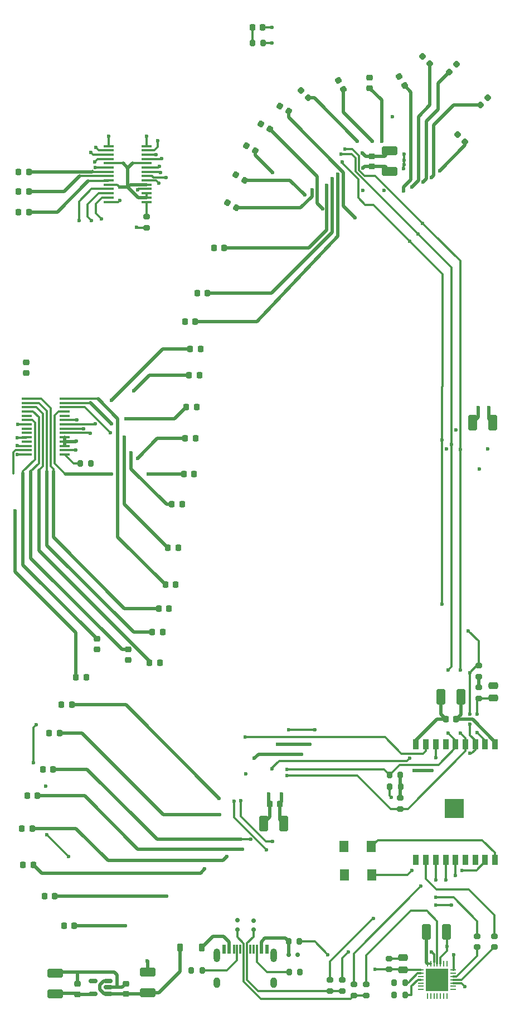
<source format=gbr>
%TF.GenerationSoftware,KiCad,Pcbnew,9.0.0*%
%TF.CreationDate,2025-04-18T09:14:45-04:00*%
%TF.ProjectId,where_is_my_ion,77686572-655f-4697-935f-6d795f696f6e,rev?*%
%TF.SameCoordinates,Original*%
%TF.FileFunction,Copper,L1,Top*%
%TF.FilePolarity,Positive*%
%FSLAX46Y46*%
G04 Gerber Fmt 4.6, Leading zero omitted, Abs format (unit mm)*
G04 Created by KiCad (PCBNEW 9.0.0) date 2025-04-18 09:14:45*
%MOMM*%
%LPD*%
G01*
G04 APERTURE LIST*
G04 Aperture macros list*
%AMRoundRect*
0 Rectangle with rounded corners*
0 $1 Rounding radius*
0 $2 $3 $4 $5 $6 $7 $8 $9 X,Y pos of 4 corners*
0 Add a 4 corners polygon primitive as box body*
4,1,4,$2,$3,$4,$5,$6,$7,$8,$9,$2,$3,0*
0 Add four circle primitives for the rounded corners*
1,1,$1+$1,$2,$3*
1,1,$1+$1,$4,$5*
1,1,$1+$1,$6,$7*
1,1,$1+$1,$8,$9*
0 Add four rect primitives between the rounded corners*
20,1,$1+$1,$2,$3,$4,$5,0*
20,1,$1+$1,$4,$5,$6,$7,0*
20,1,$1+$1,$6,$7,$8,$9,0*
20,1,$1+$1,$8,$9,$2,$3,0*%
G04 Aperture macros list end*
%TA.AperFunction,SMDPad,CuDef*%
%ADD10RoundRect,0.218750X0.317568X0.112544X-0.061318X0.331294X-0.317568X-0.112544X0.061318X-0.331294X0*%
%TD*%
%TA.AperFunction,SMDPad,CuDef*%
%ADD11RoundRect,0.250000X0.925000X-0.412500X0.925000X0.412500X-0.925000X0.412500X-0.925000X-0.412500X0*%
%TD*%
%TA.AperFunction,SMDPad,CuDef*%
%ADD12R,1.350000X1.800000*%
%TD*%
%TA.AperFunction,SMDPad,CuDef*%
%ADD13RoundRect,0.218750X0.218750X0.256250X-0.218750X0.256250X-0.218750X-0.256250X0.218750X-0.256250X0*%
%TD*%
%TA.AperFunction,SMDPad,CuDef*%
%ADD14RoundRect,0.200000X0.200000X0.275000X-0.200000X0.275000X-0.200000X-0.275000X0.200000X-0.275000X0*%
%TD*%
%TA.AperFunction,SMDPad,CuDef*%
%ADD15RoundRect,0.200000X0.275000X-0.200000X0.275000X0.200000X-0.275000X0.200000X-0.275000X-0.200000X0*%
%TD*%
%TA.AperFunction,SMDPad,CuDef*%
%ADD16RoundRect,0.218750X-0.218750X-0.256250X0.218750X-0.256250X0.218750X0.256250X-0.218750X0.256250X0*%
%TD*%
%TA.AperFunction,SMDPad,CuDef*%
%ADD17RoundRect,0.218750X-0.256250X0.218750X-0.256250X-0.218750X0.256250X-0.218750X0.256250X0.218750X0*%
%TD*%
%TA.AperFunction,SMDPad,CuDef*%
%ADD18RoundRect,0.200000X-0.200000X-0.275000X0.200000X-0.275000X0.200000X0.275000X-0.200000X0.275000X0*%
%TD*%
%TA.AperFunction,SMDPad,CuDef*%
%ADD19RoundRect,0.062500X-0.062500X0.337500X-0.062500X-0.337500X0.062500X-0.337500X0.062500X0.337500X0*%
%TD*%
%TA.AperFunction,SMDPad,CuDef*%
%ADD20RoundRect,0.062500X-0.337500X0.062500X-0.337500X-0.062500X0.337500X-0.062500X0.337500X0.062500X0*%
%TD*%
%TA.AperFunction,HeatsinkPad*%
%ADD21R,3.350000X3.350000*%
%TD*%
%TA.AperFunction,SMDPad,CuDef*%
%ADD22RoundRect,0.250000X-0.925000X0.412500X-0.925000X-0.412500X0.925000X-0.412500X0.925000X0.412500X0*%
%TD*%
%TA.AperFunction,SMDPad,CuDef*%
%ADD23RoundRect,0.150000X0.200000X-0.150000X0.200000X0.150000X-0.200000X0.150000X-0.200000X-0.150000X0*%
%TD*%
%TA.AperFunction,SMDPad,CuDef*%
%ADD24RoundRect,0.218750X0.335876X0.026517X0.026517X0.335876X-0.335876X-0.026517X-0.026517X-0.335876X0*%
%TD*%
%TA.AperFunction,SMDPad,CuDef*%
%ADD25RoundRect,0.250000X0.475000X-0.250000X0.475000X0.250000X-0.475000X0.250000X-0.475000X-0.250000X0*%
%TD*%
%TA.AperFunction,SMDPad,CuDef*%
%ADD26RoundRect,0.051250X0.733750X0.153750X-0.733750X0.153750X-0.733750X-0.153750X0.733750X-0.153750X0*%
%TD*%
%TA.AperFunction,SMDPad,CuDef*%
%ADD27RoundRect,0.218750X0.331294X-0.061318X0.112544X0.317568X-0.331294X0.061318X-0.112544X-0.317568X0*%
%TD*%
%TA.AperFunction,SMDPad,CuDef*%
%ADD28RoundRect,0.200000X-0.275000X0.200000X-0.275000X-0.200000X0.275000X-0.200000X0.275000X0.200000X0*%
%TD*%
%TA.AperFunction,SMDPad,CuDef*%
%ADD29RoundRect,0.218750X0.026517X-0.335876X0.335876X-0.026517X-0.026517X0.335876X-0.335876X0.026517X0*%
%TD*%
%TA.AperFunction,SMDPad,CuDef*%
%ADD30RoundRect,0.250000X0.412500X0.925000X-0.412500X0.925000X-0.412500X-0.925000X0.412500X-0.925000X0*%
%TD*%
%TA.AperFunction,SMDPad,CuDef*%
%ADD31RoundRect,0.225000X0.225000X0.250000X-0.225000X0.250000X-0.225000X-0.250000X0.225000X-0.250000X0*%
%TD*%
%TA.AperFunction,SMDPad,CuDef*%
%ADD32RoundRect,0.250000X-0.412500X-0.925000X0.412500X-0.925000X0.412500X0.925000X-0.412500X0.925000X0*%
%TD*%
%TA.AperFunction,SMDPad,CuDef*%
%ADD33RoundRect,0.218750X0.256250X-0.218750X0.256250X0.218750X-0.256250X0.218750X-0.256250X-0.218750X0*%
%TD*%
%TA.AperFunction,SMDPad,CuDef*%
%ADD34RoundRect,0.225000X-0.225000X-0.375000X0.225000X-0.375000X0.225000X0.375000X-0.225000X0.375000X0*%
%TD*%
%TA.AperFunction,SMDPad,CuDef*%
%ADD35R,0.600000X1.450000*%
%TD*%
%TA.AperFunction,SMDPad,CuDef*%
%ADD36R,0.300000X1.450000*%
%TD*%
%TA.AperFunction,HeatsinkPad*%
%ADD37O,1.000000X2.100000*%
%TD*%
%TA.AperFunction,HeatsinkPad*%
%ADD38O,1.000000X1.600000*%
%TD*%
%TA.AperFunction,SMDPad,CuDef*%
%ADD39R,0.900000X1.500000*%
%TD*%
%TA.AperFunction,HeatsinkPad*%
%ADD40C,0.600000*%
%TD*%
%TA.AperFunction,HeatsinkPad*%
%ADD41R,2.900000X2.900000*%
%TD*%
%TA.AperFunction,SMDPad,CuDef*%
%ADD42RoundRect,0.150000X0.512500X0.150000X-0.512500X0.150000X-0.512500X-0.150000X0.512500X-0.150000X0*%
%TD*%
%TA.AperFunction,SMDPad,CuDef*%
%ADD43RoundRect,0.225000X-0.250000X0.225000X-0.250000X-0.225000X0.250000X-0.225000X0.250000X0.225000X0*%
%TD*%
%TA.AperFunction,SMDPad,CuDef*%
%ADD44RoundRect,0.150000X-0.150000X-0.200000X0.150000X-0.200000X0.150000X0.200000X-0.150000X0.200000X0*%
%TD*%
%TA.AperFunction,ViaPad*%
%ADD45C,0.600000*%
%TD*%
%TA.AperFunction,Conductor*%
%ADD46C,0.500000*%
%TD*%
%TA.AperFunction,Conductor*%
%ADD47C,0.300000*%
%TD*%
G04 APERTURE END LIST*
D10*
%TO.P,D23,1,K*%
%TO.N,/INTER_rnt_uw_2*%
X141681995Y-32693750D03*
%TO.P,D23,2,A*%
%TO.N,+3V3*%
X140318005Y-31906250D03*
%TD*%
D11*
%TO.P,C16,1*%
%TO.N,+5V*%
X123100000Y-163637500D03*
%TO.P,C16,2*%
%TO.N,GND*%
X123100000Y-160562500D03*
%TD*%
D12*
%TO.P,SW2,1,1*%
%TO.N,/IO0_SW*%
X157125000Y-141500000D03*
%TO.P,SW2,2,2*%
%TO.N,GND*%
X152975000Y-141500000D03*
%TD*%
D13*
%TO.P,D15,1,K*%
%TO.N,/INTER_mill_block_2*%
X109750000Y-124250000D03*
%TO.P,D15,2,A*%
%TO.N,+3V3*%
X108175000Y-124250000D03*
%TD*%
D14*
%TO.P,R6,1*%
%TO.N,Net-(U1-~{SUSPEND})*%
X162250000Y-164000000D03*
%TO.P,R6,2*%
%TO.N,GND*%
X160600000Y-164000000D03*
%TD*%
D15*
%TO.P,R5,1*%
%TO.N,Net-(U1-VBUS)*%
X159800000Y-160125000D03*
%TO.P,R5,2*%
%TO.N,GND*%
X159800000Y-158475000D03*
%TD*%
%TO.P,R20,1*%
%TO.N,/USB_D-*%
X150800000Y-163400000D03*
%TO.P,R20,2*%
%TO.N,/IO18*%
X150800000Y-161750000D03*
%TD*%
D13*
%TO.P,D10,1,K*%
%TO.N,/INTER_block_fairway_3*%
X109037500Y-149000000D03*
%TO.P,D10,2,A*%
%TO.N,+3V3*%
X107462500Y-149000000D03*
%TD*%
D16*
%TO.P,D39,1,K*%
%TO.N,/STN_GRH*%
X129412500Y-70000000D03*
%TO.P,D39,2,A*%
%TO.N,+3V3*%
X130987500Y-70000000D03*
%TD*%
D13*
%TO.P,D75,1,K*%
%TO.N,/LED_WIFI*%
X105087500Y-39200000D03*
%TO.P,D75,2,A*%
%TO.N,+3V3*%
X103512500Y-39200000D03*
%TD*%
%TO.P,D12,1,K*%
%TO.N,/INTER_block_fairway_1*%
X105587500Y-138750000D03*
%TO.P,D12,2,A*%
%TO.N,+3V3*%
X104012500Y-138750000D03*
%TD*%
D16*
%TO.P,D53,1,K*%
%TO.N,/STN_BORDEN*%
X123412500Y-113600000D03*
%TO.P,D53,2,A*%
%TO.N,+3V3*%
X124987500Y-113600000D03*
%TD*%
D17*
%TO.P,D51,1,K*%
%TO.N,/INTER_borden_mill_2*%
X115400000Y-110012500D03*
%TO.P,D51,2,A*%
%TO.N,+3V3*%
X115400000Y-111587500D03*
%TD*%
D16*
%TO.P,D34,1,K*%
%TO.N,/STN_QUEEN*%
X126212500Y-96200000D03*
%TO.P,D34,2,A*%
%TO.N,+3V3*%
X127787500Y-96200000D03*
%TD*%
D18*
%TO.P,R10,1*%
%TO.N,Net-(U4-REXT)*%
X112875000Y-83400000D03*
%TO.P,R10,2*%
%TO.N,GND*%
X114525000Y-83400000D03*
%TD*%
D19*
%TO.P,U1,1,~{DCD}*%
%TO.N,unconnected-(U1-~{DCD}-Pad1)*%
X168620000Y-159230000D03*
%TO.P,U1,2,~{RI}/CLK*%
%TO.N,unconnected-(U1-~{RI}{slash}CLK-Pad2)*%
X168120000Y-159230000D03*
%TO.P,U1,3,GND*%
%TO.N,GND*%
X167620000Y-159230000D03*
%TO.P,U1,4,D+*%
%TO.N,/USB_DP*%
X167120000Y-159230000D03*
%TO.P,U1,5,D-*%
%TO.N,/USB_DN*%
X166620000Y-159230000D03*
%TO.P,U1,6,VDD*%
%TO.N,+3V3*%
X166120000Y-159230000D03*
%TO.P,U1,7,VREGIN*%
X165620000Y-159230000D03*
D20*
%TO.P,U1,8,VBUS*%
%TO.N,Net-(U1-VBUS)*%
X164670000Y-160180000D03*
%TO.P,U1,9,~{RST}*%
%TO.N,Net-(U1-~{RST})*%
X164670000Y-160680000D03*
%TO.P,U1,10,NC*%
%TO.N,unconnected-(U1-NC-Pad10)*%
X164670000Y-161180000D03*
%TO.P,U1,11,~{SUSPEND}*%
%TO.N,Net-(U1-~{SUSPEND})*%
X164670000Y-161680000D03*
%TO.P,U1,12,SUSPEND*%
%TO.N,unconnected-(U1-SUSPEND-Pad12)*%
X164670000Y-162180000D03*
%TO.P,U1,13,CHREN*%
%TO.N,unconnected-(U1-CHREN-Pad13)*%
X164670000Y-162680000D03*
%TO.P,U1,14,CHR1*%
%TO.N,unconnected-(U1-CHR1-Pad14)*%
X164670000Y-163180000D03*
D19*
%TO.P,U1,15,CHR0*%
%TO.N,unconnected-(U1-CHR0-Pad15)*%
X165620000Y-164130000D03*
%TO.P,U1,16,~{WAKEUP}/GPIO.3*%
%TO.N,unconnected-(U1-~{WAKEUP}{slash}GPIO.3-Pad16)*%
X166120000Y-164130000D03*
%TO.P,U1,17,RS485/GPIO.2*%
%TO.N,unconnected-(U1-RS485{slash}GPIO.2-Pad17)*%
X166620000Y-164130000D03*
%TO.P,U1,18,~{RXT}/GPIO.1*%
%TO.N,unconnected-(U1-~{RXT}{slash}GPIO.1-Pad18)*%
X167120000Y-164130000D03*
%TO.P,U1,19,~{TXT}/GPIO.0*%
%TO.N,unconnected-(U1-~{TXT}{slash}GPIO.0-Pad19)*%
X167620000Y-164130000D03*
%TO.P,U1,20,GPIO.6*%
%TO.N,unconnected-(U1-GPIO.6-Pad20)*%
X168120000Y-164130000D03*
%TO.P,U1,21,GPIO.5*%
%TO.N,unconnected-(U1-GPIO.5-Pad21)*%
X168620000Y-164130000D03*
D20*
%TO.P,U1,22,GPIO.4*%
%TO.N,unconnected-(U1-GPIO.4-Pad22)*%
X169570000Y-163180000D03*
%TO.P,U1,23,~{CTS}*%
%TO.N,unconnected-(U1-~{CTS}-Pad23)*%
X169570000Y-162680000D03*
%TO.P,U1,24,~{RTS}*%
%TO.N,/~{RTS}*%
X169570000Y-162180000D03*
%TO.P,U1,25,RXD*%
%TO.N,Net-(U1-RXD)*%
X169570000Y-161680000D03*
%TO.P,U1,26,TXD*%
%TO.N,Net-(U1-TXD)*%
X169570000Y-161180000D03*
%TO.P,U1,27,~{DSR}*%
%TO.N,unconnected-(U1-~{DSR}-Pad27)*%
X169570000Y-160680000D03*
%TO.P,U1,28,~{DTR}*%
%TO.N,/~{DTR}*%
X169570000Y-160180000D03*
D21*
%TO.P,U1,29,GND*%
%TO.N,GND*%
X167120000Y-161680000D03*
%TD*%
D12*
%TO.P,SW3,1,1*%
%TO.N,/IO1_SW*%
X157200000Y-145800000D03*
%TO.P,SW3,2,2*%
%TO.N,GND*%
X153050000Y-145800000D03*
%TD*%
D15*
%TO.P,R22,1*%
%TO.N,/USB_D+*%
X154450000Y-164075000D03*
%TO.P,R22,2*%
%TO.N,/IO19*%
X154450000Y-162425000D03*
%TD*%
D22*
%TO.P,C3,1*%
%TO.N,+3V3*%
X159900000Y-36012500D03*
%TO.P,C3,2*%
%TO.N,GND*%
X159900000Y-39087500D03*
%TD*%
D23*
%TO.P,D83,1,A1*%
%TO.N,GND*%
X139200000Y-152700000D03*
%TO.P,D83,2,A2*%
%TO.N,/USB_D-*%
X139200000Y-154100000D03*
%TD*%
D24*
%TO.P,D5,1,K*%
%TO.N,/STN_NORTHFIELD*%
X166006847Y-22806847D03*
%TO.P,D5,2,A*%
%TO.N,+3V3*%
X164893153Y-21693153D03*
%TD*%
D13*
%TO.P,D74,1,K*%
%TO.N,/LED_MAP_MODE*%
X105075000Y-42200000D03*
%TO.P,D74,2,A*%
%TO.N,+3V3*%
X103500000Y-42200000D03*
%TD*%
D16*
%TO.P,D36,1,K*%
%TO.N,/STN_CENTRAL*%
X128612500Y-85000000D03*
%TO.P,D36,2,A*%
%TO.N,+3V3*%
X130187500Y-85000000D03*
%TD*%
D25*
%TO.P,C6,1*%
%TO.N,Net-(U1-VBUS)*%
X161900000Y-160200000D03*
%TO.P,C6,2*%
%TO.N,GND*%
X161900000Y-158300000D03*
%TD*%
D14*
%TO.P,R21,1*%
%TO.N,+3V3*%
X140700000Y-19600000D03*
%TO.P,R21,2*%
%TO.N,Net-(D81-A)*%
X139050000Y-19600000D03*
%TD*%
D13*
%TO.P,D81,1,K*%
%TO.N,GND*%
X140612500Y-17300000D03*
%TO.P,D81,2,A*%
%TO.N,Net-(D81-A)*%
X139037500Y-17300000D03*
%TD*%
D16*
%TO.P,D50,1,K*%
%TO.N,/STN_MILL*%
X112212500Y-115800000D03*
%TO.P,D50,2,A*%
%TO.N,+3V3*%
X113787500Y-115800000D03*
%TD*%
D13*
%TO.P,D13,1,K*%
%TO.N,/STN_BLOCK_LINE*%
X106387500Y-133800000D03*
%TO.P,D13,2,A*%
%TO.N,+3V3*%
X104812500Y-133800000D03*
%TD*%
D15*
%TO.P,R13,1*%
%TO.N,/IO5_SDA*%
X161500000Y-135775000D03*
%TO.P,R13,2*%
%TO.N,+3V3*%
X161500000Y-134125000D03*
%TD*%
D13*
%TO.P,D19,1,K*%
%TO.N,/INTER_lwp_willis*%
X134775000Y-50700000D03*
%TO.P,D19,2,A*%
%TO.N,+3V3*%
X133200000Y-50700000D03*
%TD*%
D18*
%TO.P,R24,1*%
%TO.N,Net-(J1-CC2)*%
X144630000Y-160550000D03*
%TO.P,R24,2*%
%TO.N,GND*%
X146280000Y-160550000D03*
%TD*%
D26*
%TO.P,U4,1,REXT*%
%TO.N,Net-(U4-REXT)*%
X110515000Y-82025000D03*
%TO.P,U4,2,A0*%
%TO.N,+3V3*%
X110515000Y-81375000D03*
%TO.P,U4,3,A1*%
%TO.N,GND*%
X110515000Y-80725000D03*
%TO.P,U4,4,A2*%
X110515000Y-80075000D03*
%TO.P,U4,5,A3*%
X110515000Y-79425000D03*
%TO.P,U4,6,~{OUT0}*%
%TO.N,/INTER_allen_grh_1*%
X110515000Y-78775000D03*
%TO.P,U4,7,~{OUT1}*%
%TO.N,/STN_GRH*%
X110515000Y-78125000D03*
%TO.P,U4,8,~{OUT2}*%
%TO.N,/INTER_grh_cntrl_1*%
X110515000Y-77475000D03*
%TO.P,U4,9,~{OUT3}*%
%TO.N,/INTER_grh_cntrl_2*%
X110515000Y-76825000D03*
%TO.P,U4,10,GND_1*%
%TO.N,GND*%
X110515000Y-76175000D03*
%TO.P,U4,11,~{OUT4}*%
%TO.N,/STN_CENTRAL*%
X110515000Y-75525000D03*
%TO.P,U4,12,~{OUT5}*%
%TO.N,/STN_VICTORIA*%
X110515000Y-74875000D03*
%TO.P,U4,13,~{OUT6}*%
%TO.N,/STN_QUEEN*%
X110515000Y-74225000D03*
%TO.P,U4,14,~{OUT7}*%
%TO.N,/STN_KCHNR_MRKT*%
X110515000Y-73575000D03*
%TO.P,U4,15,~{OUT8}*%
%TO.N,/INTER_kmrkt_borden_1*%
X104775000Y-73575000D03*
%TO.P,U4,16,~{OUT9}*%
%TO.N,/INTER_kmrkt_borden_2*%
X104775000Y-74225000D03*
%TO.P,U4,17,~{OUT10}*%
%TO.N,/STN_BORDEN*%
X104775000Y-74875000D03*
%TO.P,U4,18,~{OUT11}*%
%TO.N,/INTER_borden_mill_1*%
X104775000Y-75525000D03*
%TO.P,U4,19,GND_2*%
%TO.N,GND*%
X104775000Y-76175000D03*
%TO.P,U4,20,~{OUT12}*%
%TO.N,/INTER_borden_mill_2*%
X104775000Y-76825000D03*
%TO.P,U4,21,~{OUT13}*%
%TO.N,/STN_MILL*%
X104775000Y-77475000D03*
%TO.P,U4,22,~{OUT14}*%
%TO.N,/LED_IS_FETCHING*%
X104775000Y-78125000D03*
%TO.P,U4,23,~{OUT15}*%
%TO.N,unconnected-(U4-~{OUT15}-Pad23)*%
X104775000Y-78775000D03*
%TO.P,U4,24,GND_3*%
%TO.N,GND*%
X104775000Y-79425000D03*
%TO.P,U4,25,~{RESET}*%
%TO.N,/IO4_~{RESET}*%
X104775000Y-80075000D03*
%TO.P,U4,26,SCL*%
%TO.N,/IO6_SCL*%
X104775000Y-80725000D03*
%TO.P,U4,27,SDA*%
%TO.N,/IO5_SDA*%
X104775000Y-81375000D03*
%TO.P,U4,28,VCC*%
%TO.N,+3V3*%
X104775000Y-82025000D03*
%TD*%
D10*
%TO.P,D21,1,K*%
%TO.N,/INTER_uw_lwp_1*%
X137881995Y-40443750D03*
%TO.P,D21,2,A*%
%TO.N,+3V3*%
X136518005Y-39656250D03*
%TD*%
D27*
%TO.P,D4,1,K*%
%TO.N,/INTER_nrthf_rnt_1*%
X162150000Y-26100000D03*
%TO.P,D4,2,A*%
%TO.N,+3V3*%
X161362500Y-24736008D03*
%TD*%
D25*
%TO.P,C13,1*%
%TO.N,/CHIP_PU*%
X175600000Y-118950000D03*
%TO.P,C13,2*%
%TO.N,GND*%
X175600000Y-117050000D03*
%TD*%
D28*
%TO.P,R17,1*%
%TO.N,/IO4_~{RESET}*%
X173400000Y-114075000D03*
%TO.P,R17,2*%
%TO.N,+3V3*%
X173400000Y-115725000D03*
%TD*%
D13*
%TO.P,D17,1,K*%
%TO.N,/STN_ALLEN*%
X130350000Y-61850000D03*
%TO.P,D17,2,A*%
%TO.N,+3V3*%
X128775000Y-61850000D03*
%TD*%
D29*
%TO.P,D6,1,K*%
%TO.N,/INTER_cstg_nrthf_2*%
X168943153Y-24006847D03*
%TO.P,D6,2,A*%
%TO.N,+3V3*%
X170056847Y-22893153D03*
%TD*%
D26*
%TO.P,U7,1,REXT*%
%TO.N,Net-(U7-REXT)*%
X122995000Y-43725000D03*
%TO.P,U7,2,A0*%
%TO.N,GND*%
X122995000Y-43075000D03*
%TO.P,U7,3,A1*%
X122995000Y-42425000D03*
%TO.P,U7,4,A2*%
%TO.N,+3V3*%
X122995000Y-41775000D03*
%TO.P,U7,5,A3*%
%TO.N,GND*%
X122995000Y-41125000D03*
%TO.P,U7,6,~{OUT0}*%
%TO.N,/STN_REV_LAURIER_UW_PARK*%
X122995000Y-40475000D03*
%TO.P,U7,7,~{OUT1}*%
%TO.N,/INTER_lwp_uw*%
X122995000Y-39825000D03*
%TO.P,U7,8,~{OUT2}*%
%TO.N,/STN_REV_UW*%
X122995000Y-39175000D03*
%TO.P,U7,9,~{OUT3}*%
%TO.N,/INTER_uw_rnt_1*%
X122995000Y-38525000D03*
%TO.P,U7,10,GND_1*%
%TO.N,GND*%
X122995000Y-37875000D03*
%TO.P,U7,11,~{OUT4}*%
%TO.N,/INTER_uw_rnt_2*%
X122995000Y-37225000D03*
%TO.P,U7,12,~{OUT5}*%
%TO.N,/STN_REV_RSRCH_TECH*%
X122995000Y-36575000D03*
%TO.P,U7,13,~{OUT6}*%
%TO.N,/INTER_rnt_nrthf_1*%
X122995000Y-35925000D03*
%TO.P,U7,14,~{OUT7}*%
%TO.N,/INTER_rnt_nrthf_2*%
X122995000Y-35275000D03*
%TO.P,U7,15,~{OUT8}*%
%TO.N,/INTER_rnt_nrthf_3*%
X117255000Y-35275000D03*
%TO.P,U7,16,~{OUT9}*%
%TO.N,/STN_REV_NORTHFIELD*%
X117255000Y-35925000D03*
%TO.P,U7,17,~{OUT10}*%
%TO.N,/INTER_nrthf_cnstga_1*%
X117255000Y-36575000D03*
%TO.P,U7,18,~{OUT11}*%
%TO.N,/INTER_nrthf_cnstga_2*%
X117255000Y-37225000D03*
%TO.P,U7,19,GND_2*%
%TO.N,GND*%
X117255000Y-37875000D03*
%TO.P,U7,20,~{OUT12}*%
%TO.N,/STN_REV_CONESTOGA*%
X117255000Y-38525000D03*
%TO.P,U7,21,~{OUT13}*%
%TO.N,/LED_WIFI*%
X117255000Y-39175000D03*
%TO.P,U7,22,~{OUT14}*%
%TO.N,/LED_MAP_MODE*%
X117255000Y-39825000D03*
%TO.P,U7,23,~{OUT15}*%
%TO.N,/LED_API_FAILURE*%
X117255000Y-40475000D03*
%TO.P,U7,24,GND_3*%
%TO.N,GND*%
X117255000Y-41125000D03*
%TO.P,U7,25,~{RESET}*%
%TO.N,/IO4_~{RESET}*%
X117255000Y-41775000D03*
%TO.P,U7,26,SCL*%
%TO.N,/IO6_SCL*%
X117255000Y-42425000D03*
%TO.P,U7,27,SDA*%
%TO.N,/IO5_SDA*%
X117255000Y-43075000D03*
%TO.P,U7,28,VCC*%
%TO.N,+3V3*%
X117255000Y-43725000D03*
%TD*%
D18*
%TO.P,R1,1*%
%TO.N,+3V3*%
X160600000Y-162100000D03*
%TO.P,R1,2*%
%TO.N,Net-(U1-~{RST})*%
X162250000Y-162100000D03*
%TD*%
D28*
%TO.P,R15,1*%
%TO.N,+3V3*%
X173400000Y-117375000D03*
%TO.P,R15,2*%
%TO.N,/CHIP_PU*%
X173400000Y-119025000D03*
%TD*%
D16*
%TO.P,D55,1,K*%
%TO.N,/INTER_kmrkt_borden_1*%
X124812500Y-105400000D03*
%TO.P,D55,2,A*%
%TO.N,+3V3*%
X126387500Y-105400000D03*
%TD*%
D30*
%TO.P,C5,1*%
%TO.N,+3V3*%
X143787500Y-138000000D03*
%TO.P,C5,2*%
%TO.N,GND*%
X140712500Y-138000000D03*
%TD*%
D23*
%TO.P,D84,1,A1*%
%TO.N,GND*%
X136750000Y-152650000D03*
%TO.P,D84,2,A2*%
%TO.N,/USB_D+*%
X136750000Y-154050000D03*
%TD*%
D13*
%TO.P,D11,1,K*%
%TO.N,/INTER_block_fairway_2*%
X105787500Y-144250000D03*
%TO.P,D11,2,A*%
%TO.N,+3V3*%
X104212500Y-144250000D03*
%TD*%
D30*
%TO.P,C10,1*%
%TO.N,+3V3*%
X175537500Y-77250000D03*
%TO.P,C10,2*%
%TO.N,GND*%
X172462500Y-77250000D03*
%TD*%
D16*
%TO.P,D37,1,K*%
%TO.N,/INTER_grh_cntrl_2*%
X128812500Y-79600000D03*
%TO.P,D37,2,A*%
%TO.N,+3V3*%
X130387500Y-79600000D03*
%TD*%
D31*
%TO.P,C4,1*%
%TO.N,+3V3*%
X143237500Y-135000000D03*
%TO.P,C4,2*%
%TO.N,GND*%
X141687500Y-135000000D03*
%TD*%
D32*
%TO.P,C1,1*%
%TO.N,+3V3*%
X165462500Y-154400000D03*
%TO.P,C1,2*%
%TO.N,GND*%
X168537500Y-154400000D03*
%TD*%
D13*
%TO.P,D9,1,K*%
%TO.N,/STN_FAIRWAY*%
X111987500Y-153500000D03*
%TO.P,D9,2,A*%
%TO.N,+3V3*%
X110412500Y-153500000D03*
%TD*%
D33*
%TO.P,D3,1,K*%
%TO.N,/INTER_nrthf_rnt_2*%
X156856250Y-26455505D03*
%TO.P,D3,2,A*%
%TO.N,+3V3*%
X156856250Y-24880503D03*
%TD*%
D27*
%TO.P,D2,1,K*%
%TO.N,/INTER_nrthf_rnt_3*%
X152887500Y-26700000D03*
%TO.P,D2,2,A*%
%TO.N,+3V3*%
X152100000Y-25336008D03*
%TD*%
D13*
%TO.P,D14,1,K*%
%TO.N,/INTER_mill_block_3*%
X108787500Y-129750000D03*
%TO.P,D14,2,A*%
%TO.N,+3V3*%
X107212500Y-129750000D03*
%TD*%
%TO.P,D18,1,K*%
%TO.N,/STN_WILLIS_WAY*%
X132237500Y-57550000D03*
%TO.P,D18,2,A*%
%TO.N,+3V3*%
X130662500Y-57550000D03*
%TD*%
D16*
%TO.P,D33,1,K*%
%TO.N,/STN_KCHNR_MRKT*%
X125812500Y-101800000D03*
%TO.P,D33,2,A*%
%TO.N,+3V3*%
X127387500Y-101800000D03*
%TD*%
D11*
%TO.P,C19,1*%
%TO.N,+3V3*%
X109050000Y-163787500D03*
%TO.P,C19,2*%
%TO.N,GND*%
X109050000Y-160712500D03*
%TD*%
D10*
%TO.P,D20,1,K*%
%TO.N,/STN_LAURIER_UW_PARK*%
X136581995Y-44643750D03*
%TO.P,D20,2,A*%
%TO.N,+3V3*%
X135218005Y-43856250D03*
%TD*%
D17*
%TO.P,D49,1,K*%
%TO.N,/LED_IS_FETCHING*%
X104700000Y-68075000D03*
%TO.P,D49,2,A*%
%TO.N,+3V3*%
X104700000Y-69650000D03*
%TD*%
D10*
%TO.P,D22,1,K*%
%TO.N,/STN_UWATERLOO*%
X139450000Y-36000000D03*
%TO.P,D22,2,A*%
%TO.N,+3V3*%
X138086010Y-35212500D03*
%TD*%
D18*
%TO.P,R16,1*%
%TO.N,/IO6_SCL*%
X159875000Y-130600000D03*
%TO.P,R16,2*%
%TO.N,+3V3*%
X161525000Y-130600000D03*
%TD*%
D34*
%TO.P,D72,1,K*%
%TO.N,+5V*%
X128030000Y-156800000D03*
%TO.P,D72,2,A*%
%TO.N,/VBUS*%
X131330000Y-156800000D03*
%TD*%
D35*
%TO.P,J1,A1,GND*%
%TO.N,GND*%
X134730000Y-157055000D03*
%TO.P,J1,A4,VBUS*%
%TO.N,/VBUS*%
X135530000Y-157055000D03*
D36*
%TO.P,J1,A5,CC1*%
%TO.N,Net-(J1-CC1)*%
X136730000Y-157055000D03*
%TO.P,J1,A6,D+*%
%TO.N,/USB_D+*%
X137730000Y-157055000D03*
%TO.P,J1,A7,D-*%
%TO.N,/USB_D-*%
X138230000Y-157055000D03*
%TO.P,J1,A8,SBU1*%
%TO.N,unconnected-(J1-SBU1-PadA8)*%
X139230000Y-157055000D03*
D35*
%TO.P,J1,A9,VBUS*%
%TO.N,/VBUS*%
X140430000Y-157055000D03*
%TO.P,J1,A12,GND*%
%TO.N,GND*%
X141230000Y-157055000D03*
%TO.P,J1,B1,GND*%
X141230000Y-157055000D03*
%TO.P,J1,B4,VBUS*%
%TO.N,/VBUS*%
X140430000Y-157055000D03*
D36*
%TO.P,J1,B5,CC2*%
%TO.N,Net-(J1-CC2)*%
X139730000Y-157055000D03*
%TO.P,J1,B6,D+*%
%TO.N,unconnected-(J1-D+-PadB6)*%
X138730000Y-157055000D03*
%TO.P,J1,B7,D-*%
%TO.N,unconnected-(J1-D--PadB7)*%
X137230000Y-157055000D03*
%TO.P,J1,B8,SBU2*%
%TO.N,unconnected-(J1-SBU2-PadB8)*%
X136230000Y-157055000D03*
D35*
%TO.P,J1,B9,VBUS*%
%TO.N,/VBUS*%
X135530000Y-157055000D03*
%TO.P,J1,B12,GND*%
%TO.N,GND*%
X134730000Y-157055000D03*
D37*
%TO.P,J1,S1,SHIELD*%
X133660000Y-157970000D03*
D38*
X133660000Y-162150000D03*
D37*
X142300000Y-157970000D03*
D38*
X142300000Y-162150000D03*
%TD*%
D16*
%TO.P,D38,1,K*%
%TO.N,/INTER_grh_cntrl_1*%
X129012500Y-74800000D03*
%TO.P,D38,2,A*%
%TO.N,+3V3*%
X130587500Y-74800000D03*
%TD*%
D39*
%TO.P,U6,1,3V3*%
%TO.N,+3V3*%
X175900000Y-125975000D03*
%TO.P,U6,2,EN*%
%TO.N,/CHIP_PU*%
X174400000Y-125975000D03*
%TO.P,U6,3,IO4*%
%TO.N,/IO4_~{RESET}*%
X172900000Y-125975000D03*
%TO.P,U6,4,IO5*%
%TO.N,/IO5_SDA*%
X171400000Y-125975000D03*
%TO.P,U6,5,IO6*%
%TO.N,/IO6_SCL*%
X169900000Y-125975000D03*
%TO.P,U6,6,IO7*%
%TO.N,/IO7*%
X168400000Y-125975000D03*
%TO.P,U6,7,IO8*%
%TO.N,/IO8*%
X166900000Y-125975000D03*
%TO.P,U6,8,IO9*%
%TO.N,/IO9*%
X165400000Y-125975000D03*
%TO.P,U6,9,GND*%
%TO.N,GND*%
X163900000Y-125975000D03*
%TO.P,U6,10,IO10*%
%TO.N,/IO10*%
X163900000Y-143475000D03*
%TO.P,U6,11,IO20/RXD*%
%TO.N,/U0RXD*%
X165400000Y-143475000D03*
%TO.P,U6,12,IO21/TXD*%
%TO.N,/U0TXD*%
X166900000Y-143475000D03*
%TO.P,U6,13,IO18*%
%TO.N,/IO18*%
X168400000Y-143475000D03*
%TO.P,U6,14,IO19*%
%TO.N,/IO19*%
X169900000Y-143475000D03*
%TO.P,U6,15,IO3*%
%TO.N,/IO3*%
X171400000Y-143475000D03*
%TO.P,U6,16,IO2*%
%TO.N,/IO2*%
X172900000Y-143475000D03*
%TO.P,U6,17,IO1*%
%TO.N,/IO1_SW*%
X174400000Y-143475000D03*
%TO.P,U6,18,IO0*%
%TO.N,/IO0_SW*%
X175900000Y-143475000D03*
D40*
%TO.P,U6,19,GND*%
%TO.N,GND*%
X170250000Y-134585000D03*
X169150000Y-134585000D03*
X170800000Y-135135000D03*
X169700000Y-135135000D03*
X168600000Y-135135000D03*
X170250000Y-135685000D03*
D41*
X169700000Y-135685000D03*
D40*
X169150000Y-135685000D03*
X170800000Y-136235000D03*
X169700000Y-136235000D03*
X168600000Y-136235000D03*
X170250000Y-136785000D03*
X169150000Y-136785000D03*
%TD*%
D42*
%TO.P,U8,1,VIN*%
%TO.N,+5V*%
X117137500Y-163800000D03*
%TO.P,U8,2,GND*%
%TO.N,GND*%
X117137500Y-162850000D03*
%TO.P,U8,3,EN*%
%TO.N,+5V*%
X117137500Y-161900000D03*
%TO.P,U8,4,NC*%
%TO.N,unconnected-(U8-NC-Pad4)*%
X114862500Y-161900000D03*
%TO.P,U8,5,VOUT*%
%TO.N,+3V3*%
X114862500Y-163800000D03*
%TD*%
D18*
%TO.P,R4,1*%
%TO.N,/VBUS*%
X144530000Y-155900000D03*
%TO.P,R4,2*%
%TO.N,Net-(U1-VBUS)*%
X146180000Y-155900000D03*
%TD*%
D16*
%TO.P,D54,1,K*%
%TO.N,/INTER_kmrkt_borden_2*%
X123812500Y-109000000D03*
%TO.P,D54,2,A*%
%TO.N,+3V3*%
X125387500Y-109000000D03*
%TD*%
D29*
%TO.P,D7,1,K*%
%TO.N,/INTER_cstg_nrthf_1*%
X173693153Y-29056847D03*
%TO.P,D7,2,A*%
%TO.N,+3V3*%
X174806847Y-27943153D03*
%TD*%
D43*
%TO.P,C18,1*%
%TO.N,GND*%
X112500000Y-162325000D03*
%TO.P,C18,2*%
%TO.N,+3V3*%
X112500000Y-163875000D03*
%TD*%
D15*
%TO.P,R19,1*%
%TO.N,/USB_D-*%
X152700000Y-163400000D03*
%TO.P,R19,2*%
%TO.N,/USB_DN*%
X152700000Y-161750000D03*
%TD*%
D24*
%TO.P,D8,1,K*%
%TO.N,/STN_CONESTOGA*%
X171350000Y-34650000D03*
%TO.P,D8,2,A*%
%TO.N,+3V3*%
X170236306Y-33536306D03*
%TD*%
D14*
%TO.P,R14,1*%
%TO.N,+3V3*%
X161550000Y-132400000D03*
%TO.P,R14,2*%
%TO.N,/IO8*%
X159900000Y-132400000D03*
%TD*%
D10*
%TO.P,D24,1,K*%
%TO.N,/INTER_rnt_uw_1*%
X144531995Y-29993750D03*
%TO.P,D24,2,A*%
%TO.N,+3V3*%
X143168005Y-29206250D03*
%TD*%
D13*
%TO.P,D73,1,K*%
%TO.N,/LED_API_FAILURE*%
X105075000Y-45250000D03*
%TO.P,D73,2,A*%
%TO.N,+3V3*%
X103500000Y-45250000D03*
%TD*%
D15*
%TO.P,R3,1*%
%TO.N,Net-(U1-RXD)*%
X175800000Y-156725000D03*
%TO.P,R3,2*%
%TO.N,/U0RXD*%
X175800000Y-155075000D03*
%TD*%
D44*
%TO.P,D82,1,A1*%
%TO.N,GND*%
X145950000Y-157900000D03*
%TO.P,D82,2,A2*%
%TO.N,/VBUS*%
X144550000Y-157900000D03*
%TD*%
D30*
%TO.P,C11,1*%
%TO.N,+3V3*%
X170737500Y-118800000D03*
%TO.P,C11,2*%
%TO.N,GND*%
X167662500Y-118800000D03*
%TD*%
D17*
%TO.P,D52,1,K*%
%TO.N,/INTER_borden_mill_1*%
X120200000Y-111612500D03*
%TO.P,D52,2,A*%
%TO.N,+3V3*%
X120200000Y-113187500D03*
%TD*%
D13*
%TO.P,D16,1,K*%
%TO.N,/INTER_mill_block_1*%
X111587500Y-120000000D03*
%TO.P,D16,2,A*%
%TO.N,+3V3*%
X110012500Y-120000000D03*
%TD*%
D31*
%TO.P,C12,1*%
%TO.N,+3V3*%
X169975000Y-122200000D03*
%TO.P,C12,2*%
%TO.N,GND*%
X168425000Y-122200000D03*
%TD*%
D43*
%TO.P,C17,1*%
%TO.N,GND*%
X119800000Y-162300000D03*
%TO.P,C17,2*%
%TO.N,+5V*%
X119800000Y-163850000D03*
%TD*%
D15*
%TO.P,R23,1*%
%TO.N,/USB_D+*%
X156350000Y-164075000D03*
%TO.P,R23,2*%
%TO.N,/USB_DP*%
X156350000Y-162425000D03*
%TD*%
D16*
%TO.P,D35,1,K*%
%TO.N,/STN_VICTORIA*%
X126812500Y-89600000D03*
%TO.P,D35,2,A*%
%TO.N,+3V3*%
X128387500Y-89600000D03*
%TD*%
D24*
%TO.P,D1,1,K*%
%TO.N,/STN_RSCH_TECH*%
X147556847Y-27956847D03*
%TO.P,D1,2,A*%
%TO.N,+3V3*%
X146443153Y-26843153D03*
%TD*%
D15*
%TO.P,R2,1*%
%TO.N,Net-(U1-TXD)*%
X173200000Y-156725000D03*
%TO.P,R2,2*%
%TO.N,/U0TXD*%
X173200000Y-155075000D03*
%TD*%
D43*
%TO.P,C2,1*%
%TO.N,+3V3*%
X157150000Y-36825000D03*
%TO.P,C2,2*%
%TO.N,GND*%
X157150000Y-38375000D03*
%TD*%
D14*
%TO.P,R25,1*%
%TO.N,Net-(J1-CC1)*%
X131405000Y-160300000D03*
%TO.P,R25,2*%
%TO.N,GND*%
X129755000Y-160300000D03*
%TD*%
D16*
%TO.P,D40,1,K*%
%TO.N,/INTER_allen_grh_1*%
X129612500Y-66000000D03*
%TO.P,D40,2,A*%
%TO.N,+3V3*%
X131187500Y-66000000D03*
%TD*%
D28*
%TO.P,R18,1*%
%TO.N,Net-(U7-REXT)*%
X123000000Y-45975000D03*
%TO.P,R18,2*%
%TO.N,GND*%
X123000000Y-47625000D03*
%TD*%
D45*
%TO.N,+3V3*%
X142000000Y-19600000D03*
X112200000Y-81400000D03*
X174925000Y-74950000D03*
X113550000Y-163875000D03*
X111200000Y-163737500D03*
X171350000Y-122200000D03*
X103350000Y-82000000D03*
X155744669Y-36305331D03*
X174750000Y-81200000D03*
X165462500Y-156650000D03*
X118875000Y-43500000D03*
X121595331Y-41909669D03*
X170700000Y-121050000D03*
X143500000Y-133500000D03*
%TO.N,GND*%
X112300000Y-80000000D03*
X155800000Y-42000000D03*
X162000000Y-38699000D03*
X168550000Y-81150000D03*
X167250000Y-122200000D03*
X123050000Y-158800000D03*
X169950000Y-78350000D03*
X118500000Y-162850000D03*
X173500000Y-84250000D03*
X118875000Y-41500000D03*
X168600000Y-156600000D03*
X142000000Y-17300000D03*
X103350000Y-79500000D03*
X167650000Y-121000000D03*
X162050000Y-36500000D03*
X141500000Y-133500000D03*
X160300000Y-30800000D03*
X162050000Y-37400000D03*
X162050000Y-38100000D03*
X159000000Y-42000000D03*
X112500000Y-160600000D03*
X155850000Y-38600000D03*
X121450000Y-47600000D03*
X138050000Y-130450000D03*
X173375000Y-74950000D03*
%TO.N,Net-(U1-VBUS)*%
X150500000Y-157900000D03*
X157650000Y-160100000D03*
%TO.N,/IO9*%
X138000000Y-124900000D03*
%TO.N,/CHIP_PU*%
X173200000Y-124200000D03*
X105800000Y-128750000D03*
X148500000Y-123800000D03*
X106250000Y-123000000D03*
X173200000Y-121400000D03*
X144600000Y-123800000D03*
%TO.N,/STN_RSCH_TECH*%
X155000000Y-34500000D03*
%TO.N,/STN_ALLEN*%
X152050000Y-39500000D03*
%TO.N,/INTER_nrthf_rnt_3*%
X157250000Y-34500000D03*
%TO.N,/STN_MILL*%
X103000000Y-90600000D03*
X103400000Y-77500000D03*
%TO.N,/STN_WILLIS_WAY*%
X151200000Y-40200000D03*
%TO.N,/STN_QUEEN*%
X117600000Y-77400000D03*
X119600000Y-79400000D03*
%TO.N,/INTER_nrthf_rnt_2*%
X158700000Y-34500000D03*
%TO.N,/INTER_lwp_willis*%
X150350000Y-41200000D03*
%TO.N,/STN_VICTORIA*%
X117461947Y-78738053D03*
X120600000Y-81800000D03*
%TO.N,/INTER_nrthf_rnt_1*%
X162000000Y-42050000D03*
%TO.N,/STN_LAURIER_UW_PARK*%
X148100000Y-41900000D03*
%TO.N,/STN_CENTRAL*%
X123200000Y-85000000D03*
X117600000Y-85000000D03*
%TO.N,/STN_NORTHFIELD*%
X163300000Y-41450000D03*
%TO.N,/INTER_uw_lwp_1*%
X147000000Y-42700000D03*
%TO.N,/INTER_grh_cntrl_2*%
X112400000Y-76825000D03*
X121600000Y-82600000D03*
%TO.N,/INTER_cstg_nrthf_2*%
X165000000Y-40750000D03*
%TO.N,/STN_UWATERLOO*%
X142100000Y-39300000D03*
%TO.N,/INTER_grh_cntrl_1*%
X115200000Y-77400000D03*
X119800000Y-76600000D03*
%TO.N,/INTER_cstg_nrthf_1*%
X166250000Y-40000000D03*
%TO.N,/INTER_rnt_uw_2*%
X149700000Y-44800000D03*
%TO.N,/STN_GRH*%
X121000000Y-72400000D03*
X113400000Y-78125000D03*
%TO.N,/STN_CONESTOGA*%
X167500000Y-39000000D03*
%TO.N,/INTER_rnt_uw_1*%
X154600000Y-46100000D03*
%TO.N,/INTER_allen_grh_1*%
X117600000Y-73800000D03*
X114400000Y-78800000D03*
%TO.N,/STN_FAIRWAY*%
X119750000Y-153500000D03*
%TO.N,/INTER_rnt_nrthf_2*%
X123000000Y-33750000D03*
%TO.N,/INTER_block_fairway_3*%
X126000000Y-149000000D03*
%TO.N,/INTER_block_mill_2*%
X147750000Y-126000000D03*
X142900000Y-126000000D03*
%TO.N,/INTER_rnt_nrthf_1*%
X124700000Y-34450000D03*
%TO.N,/INTER_block_fairway_2*%
X131800000Y-144900000D03*
%TO.N,/INTER_block_mill_1*%
X166350000Y-129950000D03*
X146500000Y-127500000D03*
X163600000Y-130000000D03*
X139350000Y-128100000D03*
%TO.N,/STN_REV_RSRCH_TECH*%
X124450000Y-36550000D03*
%TO.N,/STN_REV_CONESTOGA*%
X115150000Y-38500000D03*
%TO.N,/INTER_block_fairway_1*%
X135200000Y-143000000D03*
%TO.N,/INTER_uw_rnt_2*%
X125250000Y-37150000D03*
%TO.N,/INTER_nrthf_cnstga_2*%
X115100000Y-37650000D03*
%TO.N,/STN_BLOCK_LINE*%
X137500000Y-141900000D03*
%TO.N,/INTER_uw_rnt_1*%
X124900000Y-38350000D03*
%TO.N,/INTER_nrthf_cnstga_1*%
X114500000Y-36250000D03*
%TO.N,/INTER_mill_block_3*%
X138800000Y-140400000D03*
%TO.N,/STN_REV_UW*%
X125100000Y-39250000D03*
%TO.N,/STN_REV_NORTHFIELD*%
X115250000Y-35500000D03*
%TO.N,/INTER_mill_block_2*%
X134066000Y-136634000D03*
%TO.N,/INTER_fairway_block_1*%
X142100000Y-140700000D03*
X166950000Y-150350000D03*
X169300000Y-150350000D03*
X137250000Y-134500000D03*
%TO.N,/INTER_lwp_uw*%
X125900000Y-40000000D03*
%TO.N,/INTER_rnt_nrthf_3*%
X117250000Y-33750000D03*
%TO.N,/INTER_mill_block_1*%
X134000000Y-134200000D03*
%TO.N,/STN_REV_FAIRWAY*%
X136300000Y-134600000D03*
X141200000Y-142000000D03*
%TO.N,/STN_REV_LAURIER_UW_PARK*%
X124800000Y-40900000D03*
%TO.N,/~{RTS}*%
X171300000Y-162700000D03*
X107675000Y-132350000D03*
%TO.N,/~{DTR}*%
X169600000Y-157900000D03*
X111100000Y-143000000D03*
X107800000Y-139700000D03*
%TO.N,/U0TXD*%
X166900000Y-146550000D03*
X166900000Y-149200000D03*
%TO.N,/IO5_SDA*%
X153100000Y-35700000D03*
X144300000Y-130700000D03*
X170650000Y-124300000D03*
X170600000Y-81300000D03*
X164900000Y-47000000D03*
X116100000Y-46300000D03*
X170600000Y-114750000D03*
%TO.N,/IO6_SCL*%
X103304130Y-80699000D03*
X114600000Y-46600000D03*
X152500000Y-36450000D03*
X164200000Y-48600000D03*
X144300000Y-129800000D03*
X168800000Y-124300000D03*
X169300000Y-80500000D03*
X168800000Y-114750000D03*
%TO.N,/IO4_~{RESET}*%
X172100000Y-121400000D03*
X171850000Y-108750000D03*
X172100000Y-122950000D03*
X167850000Y-79850000D03*
X172100000Y-115100000D03*
X152700000Y-37650000D03*
X142000000Y-129700000D03*
X172049000Y-127349000D03*
X112700000Y-46600000D03*
X167850000Y-104750000D03*
X162975000Y-49725000D03*
X162900000Y-128100000D03*
%TO.N,/USB_DN*%
X166250000Y-157450000D03*
X153650000Y-157450000D03*
%TO.N,/IO18*%
X168400000Y-146550000D03*
X157450000Y-152400000D03*
%TO.N,/IO19*%
X164650000Y-147500000D03*
X169900000Y-145900000D03*
%TO.N,/IO8*%
X160150000Y-134050000D03*
X166900000Y-128000000D03*
%TO.N,/IO1_SW*%
X163300000Y-145100000D03*
X170900000Y-145100000D03*
%TD*%
D46*
%TO.N,+3V3*%
X169975000Y-122200000D02*
X170700000Y-121475000D01*
X170700000Y-121475000D02*
X170700000Y-121050000D01*
D47*
X104750000Y-82000000D02*
X104775000Y-82025000D01*
X122995000Y-41775000D02*
X121730000Y-41775000D01*
D46*
X165462500Y-159072500D02*
X165620000Y-159230000D01*
X111200000Y-163737500D02*
X112362500Y-163737500D01*
D47*
X121730000Y-41775000D02*
X121595331Y-41909669D01*
D46*
X172500000Y-122200000D02*
X171350000Y-122200000D01*
X143237500Y-135000000D02*
X143237500Y-137450000D01*
X156264338Y-36825000D02*
X155744669Y-36305331D01*
X165462500Y-154400000D02*
X165462500Y-156650000D01*
D47*
X166120000Y-159230000D02*
X165620000Y-159230000D01*
D46*
X109100000Y-163737500D02*
X111200000Y-163737500D01*
X175900000Y-125600000D02*
X172500000Y-122200000D01*
X173400000Y-117375000D02*
X173400000Y-115725000D01*
X174925000Y-76637500D02*
X175537500Y-77250000D01*
X113550000Y-163875000D02*
X114787500Y-163875000D01*
D47*
X117255000Y-43725000D02*
X118650000Y-43725000D01*
D46*
X174925000Y-74950000D02*
X174925000Y-76637500D01*
X161525000Y-132425000D02*
X161550000Y-132400000D01*
X161525000Y-130600000D02*
X161525000Y-132375000D01*
X143237500Y-137450000D02*
X143787500Y-138000000D01*
X114787500Y-163875000D02*
X114862500Y-163800000D01*
X143500000Y-134737500D02*
X143237500Y-135000000D01*
X175900000Y-125975000D02*
X175900000Y-125600000D01*
D47*
X140700000Y-19600000D02*
X142000000Y-19600000D01*
D46*
X171350000Y-122200000D02*
X169975000Y-122200000D01*
X159900000Y-36012500D02*
X159087500Y-36825000D01*
X161525000Y-132375000D02*
X161550000Y-132400000D01*
X159087500Y-36825000D02*
X157150000Y-36825000D01*
D47*
X118650000Y-43725000D02*
X118875000Y-43500000D01*
X103350000Y-82000000D02*
X104750000Y-82000000D01*
D46*
X109050000Y-163787500D02*
X109100000Y-163737500D01*
X112500000Y-163875000D02*
X113550000Y-163875000D01*
X170700000Y-121050000D02*
X170700000Y-118837500D01*
X143500000Y-133500000D02*
X143500000Y-134737500D01*
X170700000Y-118837500D02*
X170737500Y-118800000D01*
D47*
X112175000Y-81375000D02*
X112200000Y-81400000D01*
D46*
X165462500Y-156650000D02*
X165462500Y-159072500D01*
X157150000Y-36825000D02*
X156264338Y-36825000D01*
X161525000Y-134200000D02*
X161525000Y-132425000D01*
D47*
X110515000Y-81375000D02*
X112175000Y-81375000D01*
D46*
X112362500Y-163737500D02*
X112500000Y-163875000D01*
%TO.N,GND*%
X122995000Y-41125000D02*
X120500000Y-41125000D01*
D47*
X117255000Y-37875000D02*
X119380000Y-37875000D01*
X162050000Y-38100000D02*
X162050000Y-37400000D01*
X103350000Y-79500000D02*
X104700000Y-79500000D01*
D46*
X141687500Y-137025000D02*
X140712500Y-138000000D01*
D47*
X121475000Y-47625000D02*
X121450000Y-47600000D01*
X167620000Y-158280000D02*
X168600000Y-157300000D01*
X120125000Y-38620000D02*
X120125000Y-39800000D01*
D46*
X118100000Y-160550000D02*
X118500000Y-160950000D01*
X163900000Y-125373000D02*
X163900000Y-125975000D01*
D47*
X162000000Y-38150000D02*
X162050000Y-38100000D01*
D46*
X173375000Y-74950000D02*
X173375000Y-76337500D01*
X121700000Y-43075000D02*
X120125000Y-41500000D01*
X123100000Y-160562500D02*
X123100000Y-158850000D01*
D47*
X117255000Y-41125000D02*
X118500000Y-41125000D01*
D46*
X156075000Y-38375000D02*
X155850000Y-38600000D01*
X118500000Y-160950000D02*
X118500000Y-162850000D01*
D47*
X168600000Y-156600000D02*
X168600000Y-154462500D01*
D46*
X167650000Y-121425000D02*
X167650000Y-121000000D01*
X109612500Y-160550000D02*
X112450000Y-160550000D01*
X141500000Y-134812500D02*
X141687500Y-135000000D01*
D47*
X104700000Y-79500000D02*
X104775000Y-79425000D01*
D46*
X167650000Y-118812500D02*
X167662500Y-118800000D01*
X159187500Y-38375000D02*
X157150000Y-38375000D01*
X168425000Y-122200000D02*
X167250000Y-122200000D01*
X120500000Y-41125000D02*
X120125000Y-41500000D01*
X119250000Y-162850000D02*
X119800000Y-162300000D01*
D47*
X168600000Y-157300000D02*
X168600000Y-156600000D01*
X104750000Y-79400000D02*
X104775000Y-79425000D01*
X140612500Y-17300000D02*
X142000000Y-17300000D01*
D46*
X167650000Y-121000000D02*
X167650000Y-118812500D01*
X109450000Y-160712500D02*
X109612500Y-160550000D01*
X157150000Y-38375000D02*
X156075000Y-38375000D01*
X120125000Y-39800000D02*
X120125000Y-41500000D01*
X159900000Y-39087500D02*
X159187500Y-38375000D01*
D47*
X120880000Y-37875000D02*
X122995000Y-37875000D01*
X159800000Y-158475000D02*
X161725000Y-158475000D01*
D46*
X122995000Y-43075000D02*
X121700000Y-43075000D01*
D47*
X162000000Y-38699000D02*
X162000000Y-38150000D01*
D46*
X118500000Y-162850000D02*
X119250000Y-162850000D01*
X120125000Y-41500000D02*
X118875000Y-41500000D01*
D47*
X162050000Y-36500000D02*
X162050000Y-37400000D01*
D46*
X120880000Y-37875000D02*
X120125000Y-38630000D01*
X141500000Y-133500000D02*
X141500000Y-134812500D01*
X112500000Y-162325000D02*
X112500000Y-160600000D01*
X110515000Y-80075000D02*
X110515000Y-80719000D01*
D47*
X122995000Y-43075000D02*
X122995000Y-42425000D01*
D46*
X109050000Y-160712500D02*
X109450000Y-160712500D01*
X120125000Y-38630000D02*
X120125000Y-39800000D01*
X112225000Y-80075000D02*
X112300000Y-80000000D01*
D47*
X161725000Y-158475000D02*
X161900000Y-158300000D01*
D46*
X110515000Y-80075000D02*
X112225000Y-80075000D01*
X112450000Y-160550000D02*
X118100000Y-160550000D01*
X110515000Y-80075000D02*
X110515000Y-79431000D01*
X117137500Y-162850000D02*
X118500000Y-162850000D01*
X119380000Y-37875000D02*
X120125000Y-38620000D01*
D47*
X118500000Y-41125000D02*
X118875000Y-41500000D01*
X168600000Y-154462500D02*
X168537500Y-154400000D01*
D46*
X168425000Y-122200000D02*
X167650000Y-121425000D01*
D47*
X123000000Y-47625000D02*
X121475000Y-47625000D01*
D46*
X167073000Y-122200000D02*
X163900000Y-125373000D01*
X112500000Y-160600000D02*
X112450000Y-160550000D01*
X123100000Y-158850000D02*
X123050000Y-158800000D01*
X167250000Y-122200000D02*
X167073000Y-122200000D01*
X141687500Y-135000000D02*
X141687500Y-137025000D01*
X173375000Y-76337500D02*
X172462500Y-77250000D01*
D47*
X167620000Y-159230000D02*
X167620000Y-158280000D01*
%TO.N,Net-(U1-VBUS)*%
X159800000Y-160125000D02*
X161825000Y-160125000D01*
X161900000Y-160200000D02*
X161921000Y-160179000D01*
X161825000Y-160125000D02*
X161900000Y-160200000D01*
X148500000Y-155900000D02*
X150500000Y-157900000D01*
X157650000Y-160100000D02*
X159775000Y-160100000D01*
X146180000Y-155900000D02*
X148500000Y-155900000D01*
X161921000Y-160179000D02*
X164670000Y-160179000D01*
X159775000Y-160100000D02*
X159800000Y-160125000D01*
%TO.N,/IO9*%
X165400000Y-125975000D02*
X165400000Y-125675000D01*
X165000000Y-127400000D02*
X161700000Y-127400000D01*
X165400000Y-125975000D02*
X165425000Y-125975000D01*
X159200000Y-124900000D02*
X138000000Y-124900000D01*
X165400000Y-125975000D02*
X165400000Y-127000000D01*
X165425000Y-125975000D02*
X165600000Y-125800000D01*
X161700000Y-127400000D02*
X159200000Y-124900000D01*
X165400000Y-127000000D02*
X165000000Y-127400000D01*
%TO.N,/CHIP_PU*%
X174400000Y-125975000D02*
X174400000Y-125400000D01*
X173200000Y-121400000D02*
X173200000Y-119225000D01*
X105800000Y-128750000D02*
X105800000Y-123450000D01*
X173400000Y-119025000D02*
X175525000Y-119025000D01*
D46*
X175500000Y-119050000D02*
X175600000Y-118950000D01*
D47*
X148500000Y-123800000D02*
X144600000Y-123800000D01*
X173200000Y-119225000D02*
X173400000Y-119025000D01*
X175525000Y-119025000D02*
X175600000Y-118950000D01*
X174400000Y-125400000D02*
X173200000Y-124200000D01*
X105800000Y-123450000D02*
X106250000Y-123000000D01*
D46*
%TO.N,+5V*%
X122887500Y-163850000D02*
X123100000Y-163637500D01*
X115900000Y-163129100D02*
X115900000Y-162475001D01*
X117137500Y-163800000D02*
X119750000Y-163800000D01*
X119800000Y-163850000D02*
X122887500Y-163850000D01*
X116475001Y-161900000D02*
X117137500Y-161900000D01*
X115900000Y-162475001D02*
X116475001Y-161900000D01*
X123100000Y-163637500D02*
X124862500Y-163637500D01*
X124862500Y-163637500D02*
X128030000Y-160470000D01*
X128030000Y-160470000D02*
X128030000Y-156800000D01*
X119750000Y-163800000D02*
X119800000Y-163850000D01*
X116570900Y-163800000D02*
X115900000Y-163129100D01*
X117137500Y-163800000D02*
X116570900Y-163800000D01*
%TO.N,/VBUS*%
X144530000Y-155900000D02*
X144030000Y-155400000D01*
X144550000Y-155920000D02*
X144530000Y-155900000D01*
X144030000Y-155400000D02*
X140950000Y-155400000D01*
X140950000Y-155400000D02*
X140430000Y-155920000D01*
X144550000Y-157900000D02*
X144550000Y-155920000D01*
X131330000Y-156800000D02*
X133030000Y-155100000D01*
X135530000Y-155980000D02*
X135530000Y-157055000D01*
X134650000Y-155100000D02*
X135530000Y-155980000D01*
X140430000Y-155920000D02*
X140430000Y-157055000D01*
X133030000Y-155100000D02*
X134650000Y-155100000D01*
D47*
%TO.N,Net-(D81-A)*%
X139037500Y-19587500D02*
X139050000Y-19600000D01*
X139037500Y-17300000D02*
X139037500Y-19587500D01*
%TO.N,/USB_D-*%
X138230000Y-157055000D02*
X138230000Y-156120000D01*
X139200000Y-155150000D02*
X139200000Y-154100000D01*
X150800000Y-163400000D02*
X139900000Y-163400000D01*
X139900000Y-163400000D02*
X138230000Y-161730000D01*
X150800000Y-163400000D02*
X152700000Y-163400000D01*
X138230000Y-156120000D02*
X139200000Y-155150000D01*
X138230000Y-161730000D02*
X138230000Y-157055000D01*
D46*
%TO.N,/STN_RSCH_TECH*%
X148456847Y-27956847D02*
X147556847Y-27956847D01*
X155000000Y-34500000D02*
X148456847Y-27956847D01*
%TO.N,/STN_ALLEN*%
X152050000Y-48900000D02*
X139750000Y-61850000D01*
X139750000Y-61850000D02*
X130350000Y-61850000D01*
X152050000Y-39500000D02*
X152050000Y-48900000D01*
%TO.N,/STN_KCHNR_MRKT*%
X125812500Y-101800000D02*
X118600000Y-94587500D01*
D47*
X115575000Y-73575000D02*
X110515000Y-73575000D01*
D46*
X118600000Y-76600000D02*
X115575000Y-73575000D01*
X118600000Y-94587500D02*
X118600000Y-76600000D01*
%TO.N,/INTER_nrthf_rnt_3*%
X152887500Y-30137500D02*
X152887500Y-26700000D01*
X157250000Y-34500000D02*
X152887500Y-30137500D01*
D47*
%TO.N,/STN_MILL*%
X104750000Y-77500000D02*
X104775000Y-77475000D01*
D46*
X112212500Y-109012500D02*
X112212500Y-115800000D01*
X103000000Y-99800000D02*
X112212500Y-109012500D01*
D47*
X103400000Y-77500000D02*
X104750000Y-77500000D01*
D46*
X103000000Y-90600000D02*
X103000000Y-99800000D01*
%TO.N,/STN_WILLIS_WAY*%
X151200000Y-40200000D02*
X151200000Y-48300000D01*
X151200000Y-48300000D02*
X141950000Y-57550000D01*
X141850000Y-57550000D02*
X132237500Y-57550000D01*
X141950000Y-57550000D02*
X141850000Y-57550000D01*
%TO.N,/STN_QUEEN*%
X119600000Y-89587500D02*
X119600000Y-79400000D01*
D47*
X114375000Y-74225000D02*
X114400000Y-74200000D01*
X110515000Y-74225000D02*
X114375000Y-74225000D01*
D46*
X114400000Y-74200000D02*
X117600000Y-77400000D01*
X126212500Y-96200000D02*
X119600000Y-89587500D01*
%TO.N,/INTER_nrthf_rnt_2*%
X158700000Y-34500000D02*
X158700000Y-28299255D01*
X158700000Y-28299255D02*
X156856250Y-26455505D01*
D47*
%TO.N,/INTER_borden_mill_2*%
X105582788Y-76825000D02*
X106000000Y-77242212D01*
X106000000Y-82800000D02*
X104200000Y-84600000D01*
D46*
X104200000Y-84800000D02*
X104200000Y-98812500D01*
D47*
X104775000Y-76825000D02*
X105582788Y-76825000D01*
X106000000Y-77242212D02*
X106000000Y-82800000D01*
D46*
X104200000Y-98812500D02*
X115400000Y-110012500D01*
D47*
X104200000Y-84600000D02*
X104200000Y-84800000D01*
D46*
%TO.N,/INTER_lwp_willis*%
X147650000Y-50700000D02*
X147400000Y-50700000D01*
X147400000Y-50700000D02*
X134775000Y-50700000D01*
X150350000Y-48000000D02*
X147650000Y-50700000D01*
X150350000Y-41200000D02*
X150350000Y-48000000D01*
%TO.N,/STN_VICTORIA*%
X120600000Y-84200000D02*
X126000000Y-89600000D01*
D47*
X110515000Y-74875000D02*
X113598894Y-74875000D01*
D46*
X120600000Y-84200000D02*
X120600000Y-81800000D01*
D47*
X113598894Y-74875000D02*
X117461947Y-78738053D01*
D46*
X126000000Y-89600000D02*
X126812500Y-89600000D01*
D47*
%TO.N,/INTER_borden_mill_1*%
X105725000Y-75525000D02*
X106600000Y-76400000D01*
X104775000Y-75525000D02*
X105725000Y-75525000D01*
D46*
X105400000Y-97800000D02*
X119212500Y-111612500D01*
D47*
X106600000Y-76400000D02*
X106600000Y-83400000D01*
D46*
X105400000Y-84600000D02*
X105400000Y-97800000D01*
D47*
X106600000Y-83400000D02*
X105400000Y-84600000D01*
D46*
X119212500Y-111612500D02*
X120200000Y-111612500D01*
%TO.N,/INTER_nrthf_rnt_1*%
X163100000Y-27050000D02*
X162150000Y-26100000D01*
X162000000Y-41500000D02*
X163100000Y-40400000D01*
X162000000Y-42050000D02*
X162000000Y-41500000D01*
X163100000Y-40400000D02*
X163100000Y-27050000D01*
%TO.N,/STN_LAURIER_UW_PARK*%
X146356250Y-44643750D02*
X136581995Y-44643750D01*
X148100000Y-42900000D02*
X148100000Y-41900000D01*
X146356250Y-44643750D02*
X148100000Y-42900000D01*
%TO.N,/STN_CENTRAL*%
X110600000Y-85000000D02*
X117600000Y-85000000D01*
D47*
X109000000Y-83400000D02*
X110600000Y-85000000D01*
X109000000Y-76121300D02*
X109000000Y-83400000D01*
D46*
X123200000Y-85000000D02*
X128612500Y-85000000D01*
D47*
X109596300Y-75525000D02*
X109000000Y-76121300D01*
X110515000Y-75525000D02*
X109596300Y-75525000D01*
D46*
%TO.N,/STN_BORDEN*%
X106600000Y-96584268D02*
X123412500Y-113396768D01*
X106600000Y-84402000D02*
X106600000Y-87000000D01*
D47*
X106600000Y-84402000D02*
X107200000Y-83802000D01*
X107200000Y-83802000D02*
X107200000Y-75891480D01*
D46*
X106600000Y-87000000D02*
X106600000Y-96584268D01*
X123412500Y-113396768D02*
X123412500Y-113600000D01*
D47*
X107200000Y-75891480D02*
X106183520Y-74875000D01*
X106183520Y-74875000D02*
X104775000Y-74875000D01*
D46*
%TO.N,/STN_NORTHFIELD*%
X166006847Y-29043153D02*
X164250000Y-30800000D01*
X164250000Y-30800000D02*
X164250000Y-40500000D01*
X166006847Y-22806847D02*
X166006847Y-29043153D01*
X164250000Y-40500000D02*
X163300000Y-41450000D01*
%TO.N,/INTER_uw_lwp_1*%
X147000000Y-42700000D02*
X144743750Y-40443750D01*
X144743750Y-40443750D02*
X137881995Y-40443750D01*
%TO.N,/INTER_grh_cntrl_2*%
X121600000Y-82600000D02*
X124600000Y-79600000D01*
D47*
X110515000Y-76825000D02*
X112400000Y-76825000D01*
D46*
X124600000Y-79600000D02*
X128812500Y-79600000D01*
%TO.N,/INTER_cstg_nrthf_2*%
X165500000Y-40250000D02*
X165000000Y-40750000D01*
X167250000Y-25700000D02*
X167250000Y-29750000D01*
X168943153Y-24006847D02*
X167250000Y-25700000D01*
X165500000Y-31500000D02*
X165500000Y-40250000D01*
X167250000Y-29750000D02*
X165500000Y-31500000D01*
%TO.N,/INTER_kmrkt_borden_2*%
X107800000Y-95800000D02*
X121000000Y-109000000D01*
X121000000Y-109000000D02*
X123812500Y-109000000D01*
X107800000Y-84600000D02*
X107800000Y-95800000D01*
D47*
X104775000Y-74225000D02*
X106625000Y-74225000D01*
X107800000Y-75400000D02*
X107800000Y-84600000D01*
X106625000Y-74225000D02*
X107800000Y-75400000D01*
%TO.N,/USB_D+*%
X136750000Y-155200000D02*
X136750000Y-154050000D01*
X137730000Y-157055000D02*
X137730000Y-156180000D01*
X137730000Y-161980000D02*
X140299000Y-164549000D01*
X137730000Y-156180000D02*
X136750000Y-155200000D01*
X156350000Y-164075000D02*
X154450000Y-164075000D01*
X137730000Y-157055000D02*
X137730000Y-161980000D01*
X140299000Y-164549000D02*
X153976000Y-164549000D01*
X153976000Y-164549000D02*
X154450000Y-164075000D01*
D46*
%TO.N,/STN_UWATERLOO*%
X139450000Y-36650000D02*
X139450000Y-36000000D01*
X142100000Y-39300000D02*
X139450000Y-36650000D01*
D47*
%TO.N,/INTER_grh_cntrl_1*%
X115200000Y-77400000D02*
X115125000Y-77475000D01*
X115125000Y-77475000D02*
X110515000Y-77475000D01*
D46*
X127212500Y-76600000D02*
X119800000Y-76600000D01*
X129012500Y-74800000D02*
X127212500Y-76600000D01*
%TO.N,/INTER_cstg_nrthf_1*%
X173693153Y-29056847D02*
X169593153Y-29056847D01*
X169593153Y-29056847D02*
X166550000Y-32100000D01*
X166550000Y-32100000D02*
X166550000Y-39700000D01*
X166550000Y-39700000D02*
X166250000Y-40000000D01*
D47*
%TO.N,/INTER_kmrkt_borden_1*%
X108400000Y-75037220D02*
X106937780Y-73575000D01*
D46*
X108800000Y-94600000D02*
X119600000Y-105400000D01*
D47*
X108400000Y-83800000D02*
X108400000Y-75037220D01*
X106937780Y-73575000D02*
X104775000Y-73575000D01*
X108800000Y-84200000D02*
X108400000Y-83800000D01*
D46*
X108800000Y-84600000D02*
X108800000Y-94600000D01*
D47*
X108800000Y-84600000D02*
X108800000Y-84200000D01*
D46*
X119600000Y-105400000D02*
X124812500Y-105400000D01*
%TO.N,/INTER_rnt_uw_2*%
X148851000Y-39862755D02*
X141681995Y-32693750D01*
X149700000Y-44800000D02*
X148851000Y-43951000D01*
X148851000Y-43951000D02*
X148851000Y-39862755D01*
%TO.N,/STN_GRH*%
X121000000Y-72400000D02*
X123400000Y-70000000D01*
D47*
X110515000Y-78125000D02*
X113400000Y-78125000D01*
D46*
X123400000Y-70000000D02*
X129412500Y-70000000D01*
%TO.N,/STN_CONESTOGA*%
X171350000Y-34650000D02*
X171350000Y-35150000D01*
X171350000Y-35150000D02*
X167500000Y-39000000D01*
%TO.N,/INTER_rnt_uw_1*%
X152900000Y-39250000D02*
X152900000Y-44400000D01*
X144531995Y-29993750D02*
X144531995Y-30881995D01*
X144531995Y-30881995D02*
X152900000Y-39250000D01*
X152900000Y-44400000D02*
X154600000Y-46100000D01*
D47*
%TO.N,/INTER_allen_grh_1*%
X114375000Y-78775000D02*
X114400000Y-78800000D01*
X110515000Y-78775000D02*
X114375000Y-78775000D01*
D46*
X129612500Y-66000000D02*
X125400000Y-66000000D01*
X125400000Y-66000000D02*
X117600000Y-73800000D01*
%TO.N,/STN_FAIRWAY*%
X119750000Y-153500000D02*
X111987500Y-153500000D01*
D47*
%TO.N,/INTER_rnt_nrthf_2*%
X122995000Y-35275000D02*
X122995000Y-33755000D01*
X122995000Y-33755000D02*
X123000000Y-33750000D01*
D46*
%TO.N,/LED_API_FAILURE*%
X109400000Y-45250000D02*
X105075000Y-45250000D01*
D47*
X117161000Y-40569000D02*
X114081000Y-40569000D01*
X117255000Y-40475000D02*
X117161000Y-40569000D01*
D46*
X114081000Y-40569000D02*
X109400000Y-45250000D01*
D47*
%TO.N,/LED_MAP_MODE*%
X117255000Y-39825000D02*
X112825000Y-39825000D01*
D46*
X112825000Y-39825000D02*
X110450000Y-42200000D01*
X110450000Y-42200000D02*
X105075000Y-42200000D01*
%TO.N,/INTER_block_fairway_3*%
X126000000Y-149000000D02*
X109037500Y-149000000D01*
%TO.N,/INTER_block_mill_2*%
X147750000Y-126000000D02*
X142900000Y-126000000D01*
D47*
%TO.N,/INTER_rnt_nrthf_1*%
X124700000Y-35400000D02*
X124700000Y-34450000D01*
X122995000Y-35925000D02*
X124175000Y-35925000D01*
X124175000Y-35925000D02*
X124700000Y-35400000D01*
D46*
%TO.N,/LED_WIFI*%
X114700000Y-39200000D02*
X105087500Y-39200000D01*
D47*
X117255000Y-39175000D02*
X114775000Y-39175000D01*
D46*
X114750000Y-39150000D02*
X114700000Y-39200000D01*
D47*
X114775000Y-39175000D02*
X114750000Y-39150000D01*
D46*
%TO.N,/INTER_block_fairway_2*%
X131800000Y-144900000D02*
X131200000Y-145500000D01*
X105787500Y-144250000D02*
X107037500Y-145500000D01*
X107037500Y-145500000D02*
X131200000Y-145500000D01*
%TO.N,/INTER_block_mill_1*%
X163600000Y-130000000D02*
X166300000Y-130000000D01*
X139350000Y-128100000D02*
X139950000Y-127500000D01*
X139950000Y-127500000D02*
X146500000Y-127500000D01*
X166300000Y-130000000D02*
X166350000Y-129950000D01*
D47*
%TO.N,/STN_REV_RSRCH_TECH*%
X122995000Y-36575000D02*
X124425000Y-36575000D01*
X124425000Y-36575000D02*
X124450000Y-36550000D01*
%TO.N,/STN_REV_CONESTOGA*%
X115175000Y-38525000D02*
X115150000Y-38500000D01*
X117255000Y-38525000D02*
X115175000Y-38525000D01*
D46*
%TO.N,/INTER_block_fairway_1*%
X117100000Y-143600000D02*
X134600000Y-143600000D01*
X112250000Y-138750000D02*
X117100000Y-143600000D01*
X105587500Y-138750000D02*
X112250000Y-138750000D01*
X134600000Y-143600000D02*
X135200000Y-143000000D01*
D47*
%TO.N,/INTER_uw_rnt_2*%
X122995000Y-37225000D02*
X125175000Y-37225000D01*
X125175000Y-37225000D02*
X125250000Y-37150000D01*
%TO.N,/INTER_nrthf_cnstga_2*%
X115525000Y-37225000D02*
X115100000Y-37650000D01*
X117255000Y-37225000D02*
X115525000Y-37225000D01*
D46*
%TO.N,/STN_BLOCK_LINE*%
X113550000Y-133800000D02*
X106387500Y-133800000D01*
X121650000Y-141900000D02*
X137500000Y-141900000D01*
X121650000Y-141900000D02*
X113550000Y-133800000D01*
D47*
%TO.N,/INTER_uw_rnt_1*%
X122995000Y-38525000D02*
X124725000Y-38525000D01*
X124725000Y-38525000D02*
X124900000Y-38350000D01*
%TO.N,/INTER_nrthf_cnstga_1*%
X117255000Y-36575000D02*
X114825000Y-36575000D01*
X114825000Y-36575000D02*
X114500000Y-36250000D01*
D46*
%TO.N,/INTER_mill_block_3*%
X122400000Y-138200000D02*
X113950000Y-129750000D01*
X137400000Y-140400000D02*
X124600000Y-140400000D01*
X113950000Y-129750000D02*
X108787500Y-129750000D01*
X124600000Y-140400000D02*
X122400000Y-138200000D01*
D47*
X138800000Y-140400000D02*
X137400000Y-140400000D01*
%TO.N,/STN_REV_UW*%
X122995000Y-39175000D02*
X125025000Y-39175000D01*
X125025000Y-39175000D02*
X125100000Y-39250000D01*
%TO.N,/STN_REV_NORTHFIELD*%
X115675000Y-35925000D02*
X115250000Y-35500000D01*
X117255000Y-35925000D02*
X115675000Y-35925000D01*
D46*
%TO.N,/INTER_mill_block_2*%
X125534000Y-136634000D02*
X113150000Y-124250000D01*
X134066000Y-136634000D02*
X125534000Y-136634000D01*
X113150000Y-124250000D02*
X109750000Y-124250000D01*
D47*
%TO.N,/INTER_fairway_block_1*%
X141050000Y-140700000D02*
X142100000Y-140700000D01*
X137250000Y-136900000D02*
X141050000Y-140700000D01*
X166950000Y-150350000D02*
X169300000Y-150350000D01*
X137250000Y-134500000D02*
X137250000Y-136900000D01*
%TO.N,/INTER_lwp_uw*%
X123977788Y-40000000D02*
X125900000Y-40000000D01*
X122995000Y-39825000D02*
X123802788Y-39825000D01*
X123802788Y-39825000D02*
X123977788Y-40000000D01*
%TO.N,/INTER_rnt_nrthf_3*%
X117255000Y-33755000D02*
X117250000Y-33750000D01*
X117255000Y-35275000D02*
X117255000Y-33755000D01*
D46*
%TO.N,/INTER_mill_block_1*%
X134000000Y-134200000D02*
X119800000Y-120000000D01*
X119800000Y-120000000D02*
X111587500Y-120000000D01*
D47*
%TO.N,/STN_REV_FAIRWAY*%
X136300000Y-134600000D02*
X136300000Y-137081374D01*
X140484313Y-141284313D02*
X141200000Y-142000000D01*
X140484313Y-141265687D02*
X140484313Y-141284313D01*
X136300000Y-137081374D02*
X140484313Y-141265687D01*
%TO.N,/STN_REV_LAURIER_UW_PARK*%
X123021000Y-40501000D02*
X124401000Y-40501000D01*
X122995000Y-40475000D02*
X123021000Y-40501000D01*
X124401000Y-40501000D02*
X124800000Y-40900000D01*
%TO.N,Net-(J1-CC1)*%
X136730000Y-157055000D02*
X136730000Y-158720000D01*
X135150000Y-160300000D02*
X131405000Y-160300000D01*
X136730000Y-158720000D02*
X135150000Y-160300000D01*
%TO.N,Net-(J1-CC2)*%
X141250000Y-160550000D02*
X144630000Y-160550000D01*
X139730000Y-159030000D02*
X141250000Y-160550000D01*
X139730000Y-157055000D02*
X139730000Y-159030000D01*
%TO.N,/~{RTS}*%
X171300000Y-162700000D02*
X170780000Y-162180000D01*
X170780000Y-162180000D02*
X169570000Y-162180000D01*
%TO.N,/~{DTR}*%
X169600000Y-157900000D02*
X169600000Y-160150000D01*
X111100000Y-143000000D02*
X107800000Y-139700000D01*
X169600000Y-160150000D02*
X169570000Y-160180000D01*
%TO.N,Net-(U1-~{RST})*%
X164145000Y-160680000D02*
X164670000Y-160680000D01*
X162725000Y-162100000D02*
X164145000Y-160680000D01*
X162250000Y-162100000D02*
X162725000Y-162100000D01*
%TO.N,Net-(U1-TXD)*%
X170056510Y-161180000D02*
X173200000Y-158036510D01*
X169570000Y-161180000D02*
X170056510Y-161180000D01*
X173200000Y-158036510D02*
X173200000Y-156725000D01*
%TO.N,/U0TXD*%
X166900000Y-146550000D02*
X166900000Y-143475000D01*
X173200000Y-152800000D02*
X169600000Y-149200000D01*
X169600000Y-149200000D02*
X166900000Y-149200000D01*
X173200000Y-155075000D02*
X173200000Y-152800000D01*
%TO.N,/U0RXD*%
X175800000Y-151900000D02*
X171900000Y-148000000D01*
X167000000Y-148000000D02*
X165400000Y-146400000D01*
X171900000Y-148000000D02*
X167000000Y-148000000D01*
X165400000Y-146400000D02*
X165400000Y-143475000D01*
X175800000Y-155075000D02*
X175800000Y-151900000D01*
%TO.N,Net-(U1-RXD)*%
X170845000Y-161680000D02*
X175800000Y-156725000D01*
X169570000Y-161680000D02*
X170845000Y-161680000D01*
%TO.N,Net-(U1-~{SUSPEND})*%
X164670000Y-161704000D02*
X164670000Y-161680000D01*
X163200000Y-162663490D02*
X164183490Y-161680000D01*
X164183490Y-161680000D02*
X164670000Y-161680000D01*
X162250000Y-164000000D02*
X163200000Y-164000000D01*
X163200000Y-164000000D02*
X163200000Y-162663490D01*
%TO.N,/IO5_SDA*%
X171400000Y-125050000D02*
X170650000Y-124300000D01*
X115300000Y-44000000D02*
X115300000Y-45500000D01*
X155200000Y-38700000D02*
X155200000Y-38900000D01*
X104775000Y-81375000D02*
X104749000Y-81349000D01*
X115300000Y-45500000D02*
X116100000Y-46300000D01*
X171400000Y-125975000D02*
X171400000Y-125050000D01*
X161500000Y-135775000D02*
X162650000Y-135775000D01*
X162650000Y-135775000D02*
X171400000Y-127025000D01*
X171400000Y-127025000D02*
X171400000Y-125975000D01*
X154200000Y-35700000D02*
X155200000Y-36700000D01*
X160075000Y-135775000D02*
X161500000Y-135775000D01*
X157695654Y-39775000D02*
X156075000Y-39775000D01*
X104749000Y-81349000D02*
X103080346Y-81349000D01*
X144300000Y-130700000D02*
X155000000Y-130700000D01*
X117255000Y-43075000D02*
X116225000Y-43075000D01*
X103080346Y-81349000D02*
X102700000Y-81729346D01*
X155000000Y-130700000D02*
X160075000Y-135775000D01*
X155200000Y-38900000D02*
X156075000Y-39775000D01*
X170600000Y-114750000D02*
X170600000Y-81300000D01*
X170600000Y-81300000D02*
X170600000Y-52679346D01*
X153100000Y-35700000D02*
X154200000Y-35700000D01*
X166410327Y-48489673D02*
X157695654Y-39775000D01*
X155200000Y-36700000D02*
X155200000Y-38700000D01*
X116225000Y-43075000D02*
X115300000Y-44000000D01*
X170600000Y-52679346D02*
X166410327Y-48489673D01*
X102700000Y-81729346D02*
X102700000Y-84950000D01*
%TO.N,/IO6_SCL*%
X159075000Y-129800000D02*
X159875000Y-130600000D01*
X159875000Y-130600000D02*
X161375000Y-129100000D01*
X154100000Y-36450000D02*
X154699000Y-37049000D01*
X152500000Y-36450000D02*
X154100000Y-36450000D01*
X161375000Y-129100000D02*
X167300000Y-129100000D01*
X154699000Y-39107521D02*
X154699000Y-39107520D01*
X162945740Y-47354260D02*
X154992480Y-39401000D01*
X144300000Y-129800000D02*
X159075000Y-129800000D01*
X117255000Y-42425000D02*
X115675000Y-42425000D01*
X154699000Y-37049000D02*
X154699000Y-39107521D01*
X114000000Y-44100000D02*
X114000000Y-46000000D01*
X169900000Y-125400000D02*
X168800000Y-124300000D01*
X167300000Y-129100000D02*
X169900000Y-126500000D01*
X169300000Y-114250000D02*
X169300000Y-81300000D01*
X115675000Y-42425000D02*
X114000000Y-44100000D01*
X169900000Y-126500000D02*
X169900000Y-125975000D01*
X169300000Y-81300000D02*
X169300000Y-53708520D01*
X169300000Y-53708520D02*
X162945740Y-47354260D01*
X114000000Y-46000000D02*
X114600000Y-46600000D01*
X104775000Y-80725000D02*
X103330130Y-80725000D01*
X103330130Y-80725000D02*
X103304130Y-80699000D01*
X169900000Y-125975000D02*
X169900000Y-125400000D01*
X168800000Y-114750000D02*
X169300000Y-114250000D01*
X154992480Y-39401000D02*
X154699000Y-39107521D01*
X169900000Y-125675000D02*
X169900000Y-125975000D01*
%TO.N,/IO4_~{RESET}*%
X152700000Y-37817042D02*
X155149000Y-40266042D01*
X173400000Y-110300000D02*
X171850000Y-108750000D01*
X155149000Y-40266042D02*
X155149000Y-43099000D01*
X143100000Y-128500000D02*
X141975000Y-129625000D01*
X112700000Y-46600000D02*
X112700000Y-43700000D01*
X152700000Y-37650000D02*
X152700000Y-37817042D01*
X162500000Y-128500000D02*
X143100000Y-128500000D01*
X173400000Y-114075000D02*
X173400000Y-110300000D01*
X172900000Y-125400000D02*
X172900000Y-125975000D01*
X114625000Y-41775000D02*
X117255000Y-41775000D01*
X172900000Y-125975000D02*
X172900000Y-126800000D01*
X167850000Y-104750000D02*
X167850000Y-79850000D01*
X172100000Y-124600000D02*
X172900000Y-125400000D01*
X167900000Y-54650000D02*
X167900000Y-71700000D01*
X162975000Y-49725000D02*
X167900000Y-54650000D01*
X162900000Y-128100000D02*
X162500000Y-128500000D01*
X172100000Y-122950000D02*
X172100000Y-124600000D01*
X173125000Y-114075000D02*
X173400000Y-114075000D01*
X112700000Y-43700000D02*
X114625000Y-41775000D01*
X167900000Y-71700000D02*
X167850000Y-71750000D01*
X172049000Y-127349000D02*
X172351000Y-127349000D01*
X157400000Y-44150000D02*
X162975000Y-49725000D01*
X172100000Y-115100000D02*
X172100000Y-121400000D01*
X156200000Y-44150000D02*
X157400000Y-44150000D01*
X172351000Y-127349000D02*
X172900000Y-126800000D01*
X167850000Y-71750000D02*
X167850000Y-79850000D01*
X172100000Y-115100000D02*
X173125000Y-114075000D01*
X155149000Y-43099000D02*
X156200000Y-44150000D01*
%TO.N,/USB_DN*%
X166619000Y-157819000D02*
X166619000Y-159020479D01*
X166250000Y-157450000D02*
X166619000Y-157819000D01*
X152700000Y-161750000D02*
X152700000Y-158400000D01*
X152700000Y-158400000D02*
X153650000Y-157450000D01*
%TO.N,/IO18*%
X168400000Y-146550000D02*
X168400000Y-143475000D01*
X150800000Y-158950000D02*
X157350000Y-152400000D01*
X150800000Y-161750000D02*
X150800000Y-158950000D01*
X157350000Y-152400000D02*
X157450000Y-152400000D01*
%TO.N,/IO19*%
X154450000Y-162425000D02*
X154450000Y-157700000D01*
X154450000Y-157700000D02*
X164650000Y-147500000D01*
X169900000Y-143475000D02*
X169900000Y-145900000D01*
%TO.N,/USB_DP*%
X156350000Y-158000000D02*
X163100000Y-151250000D01*
X165520000Y-151250000D02*
X167120000Y-152850000D01*
X156350000Y-162425000D02*
X156350000Y-158000000D01*
X167120000Y-152850000D02*
X167120000Y-159230000D01*
X163100000Y-151250000D02*
X165520000Y-151250000D01*
%TO.N,/IO8*%
X159900000Y-133800000D02*
X160150000Y-134050000D01*
X159900000Y-132400000D02*
X159900000Y-133800000D01*
X166800000Y-125875000D02*
X166900000Y-125975000D01*
X166900000Y-128000000D02*
X166900000Y-125975000D01*
%TO.N,Net-(U4-REXT)*%
X112875000Y-83400000D02*
X111890000Y-83400000D01*
X111890000Y-83400000D02*
X110515000Y-82025000D01*
%TO.N,Net-(U7-REXT)*%
X122995000Y-45395000D02*
X123000000Y-45400000D01*
X122995000Y-43725000D02*
X122995000Y-45395000D01*
X123000000Y-45400000D02*
X123000000Y-45975000D01*
%TO.N,/IO0_SW*%
X158125000Y-140500000D02*
X173975000Y-140500000D01*
X175900000Y-142425000D02*
X175900000Y-143475000D01*
X173975000Y-140500000D02*
X175900000Y-142425000D01*
X157125000Y-141500000D02*
X158125000Y-140500000D01*
%TO.N,/IO1_SW*%
X157200000Y-145800000D02*
X162600000Y-145800000D01*
X162600000Y-145800000D02*
X163300000Y-145100000D01*
X170900000Y-145100000D02*
X173075000Y-145100000D01*
X173075000Y-145100000D02*
X174400000Y-143775000D01*
X174400000Y-143775000D02*
X174400000Y-143475000D01*
%TD*%
M02*

</source>
